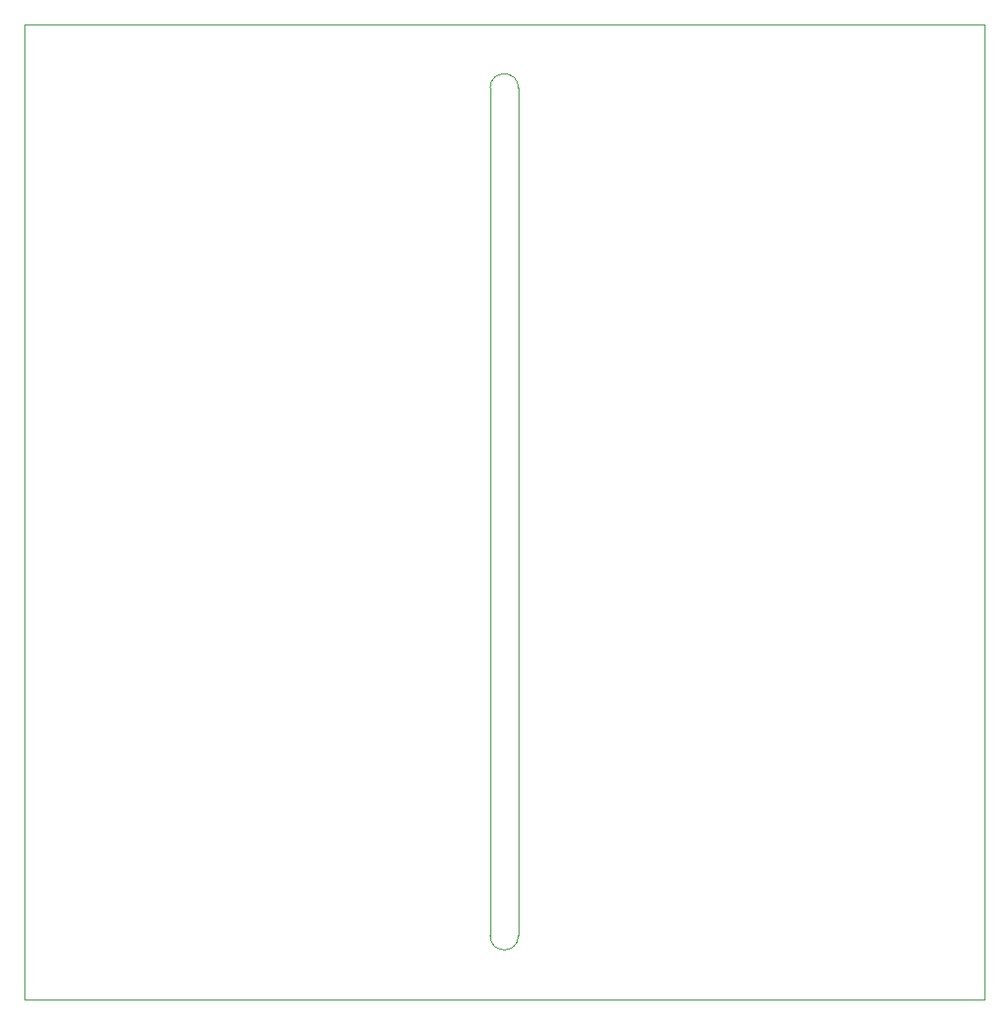
<source format=gbr>
%TF.GenerationSoftware,KiCad,Pcbnew,(5.1.8)-1*%
%TF.CreationDate,2021-03-08T12:32:50+01:00*%
%TF.ProjectId,Nes Sound Expansion,4e657320-536f-4756-9e64-20457870616e,rev?*%
%TF.SameCoordinates,Original*%
%TF.FileFunction,Profile,NP*%
%FSLAX46Y46*%
G04 Gerber Fmt 4.6, Leading zero omitted, Abs format (unit mm)*
G04 Created by KiCad (PCBNEW (5.1.8)-1) date 2021-03-08 12:32:50*
%MOMM*%
%LPD*%
G01*
G04 APERTURE LIST*
%TA.AperFunction,Profile*%
%ADD10C,0.050000*%
%TD*%
G04 APERTURE END LIST*
D10*
X93345000Y-41910000D02*
G75*
G02*
X95885000Y-41910000I1270000J0D01*
G01*
X95885000Y-118110000D02*
G75*
G02*
X93345000Y-118110000I-1270000J0D01*
G01*
X51435000Y-36195000D02*
X51435000Y-123825000D01*
X93345000Y-36195000D02*
X51435000Y-36195000D01*
X93345000Y-118110000D02*
X93345000Y-41910000D01*
X51435000Y-123825000D02*
X93345000Y-123825000D01*
X137795000Y-123825000D02*
X137795000Y-36195000D01*
X137795000Y-36195000D02*
X93345000Y-36195000D01*
X93345000Y-123825000D02*
X137795000Y-123825000D01*
X95885000Y-41910000D02*
X95885000Y-118110000D01*
M02*

</source>
